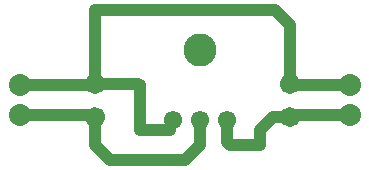
<source format=gbl>
G04 (created by PCBNEW (2013-07-07 BZR 4022)-stable) date 6/22/2014 4:32:44 PM*
%MOIN*%
G04 Gerber Fmt 3.4, Leading zero omitted, Abs format*
%FSLAX34Y34*%
G01*
G70*
G90*
G04 APERTURE LIST*
%ADD10C,0.00393701*%
%ADD11C,0.061*%
%ADD12C,0.1102*%
%ADD13C,0.0733*%
%ADD14C,0.067*%
%ADD15C,0.0394*%
%ADD16C,0.01*%
G04 APERTURE END LIST*
G54D10*
G54D11*
X18094Y-16181D03*
X19000Y-16181D03*
X19906Y-16181D03*
G54D12*
X19000Y-13819D03*
G54D13*
X13000Y-15000D03*
X13000Y-16000D03*
X24000Y-15000D03*
X24000Y-16000D03*
G54D14*
X15500Y-14950D03*
X15500Y-16050D03*
X22000Y-14950D03*
X22000Y-16050D03*
G54D15*
X22000Y-16050D02*
X21450Y-16050D01*
X21450Y-16050D02*
X21000Y-16500D01*
X21000Y-16500D02*
X21000Y-17000D01*
X21000Y-17000D02*
X20000Y-17000D01*
X20000Y-17000D02*
X19906Y-16906D01*
X19906Y-16906D02*
X19906Y-16181D01*
X24000Y-16000D02*
X22050Y-16000D01*
G54D16*
X22050Y-16000D02*
X22000Y-16050D01*
G54D15*
X22000Y-14950D02*
X22000Y-13000D01*
X15500Y-12500D02*
X15500Y-14950D01*
X21500Y-12500D02*
X15500Y-12500D01*
X22000Y-13000D02*
X21500Y-12500D01*
X24000Y-15000D02*
X22050Y-15000D01*
G54D16*
X22050Y-15000D02*
X22000Y-14950D01*
G54D15*
X15500Y-16050D02*
X15500Y-17000D01*
X15500Y-17000D02*
X16000Y-17500D01*
X16000Y-17500D02*
X18500Y-17500D01*
X18500Y-17500D02*
X19000Y-17000D01*
X19000Y-17000D02*
X19000Y-16181D01*
X15500Y-14950D02*
X16950Y-14950D01*
G54D16*
X16950Y-14950D02*
X17000Y-15000D01*
G54D15*
X17000Y-15000D02*
X17000Y-16500D01*
X17000Y-16500D02*
X18000Y-16500D01*
G54D16*
X18000Y-16500D02*
X18094Y-16181D01*
G54D15*
X13000Y-16000D02*
X15450Y-16000D01*
X15450Y-16000D02*
X15500Y-16050D01*
X13000Y-15000D02*
X15450Y-15000D01*
G54D16*
X15450Y-15000D02*
X15500Y-14950D01*
M02*

</source>
